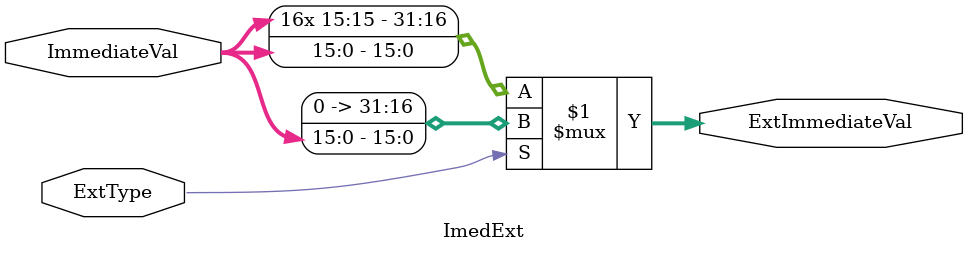
<source format=v>
module ImedExt(input [15:0] ImmediateVal, input ExtType, output [31:0] ExtImmediateVal);

assign ExtImmediateVal = ExtType ? {16'b0, ImmediateVal} : {{16{ImmediateVal[15]}}, ImmediateVal};
    
endmodule
</source>
